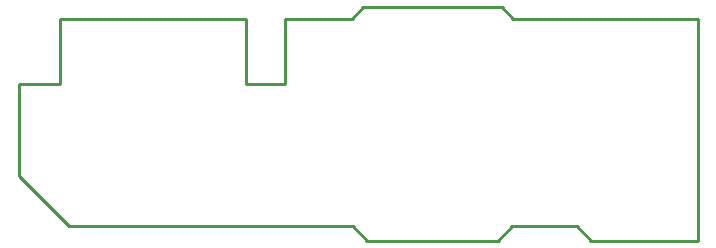
<source format=gbr>
%TF.GenerationSoftware,KiCad,Pcbnew,8.0.1*%
%TF.CreationDate,2024-10-15T00:35:35+02:00*%
%TF.ProjectId,InsuDos,496e7375-446f-4732-9e6b-696361645f70,rev?*%
%TF.SameCoordinates,Original*%
%TF.FileFunction,Profile,NP*%
%FSLAX46Y46*%
G04 Gerber Fmt 4.6, Leading zero omitted, Abs format (unit mm)*
G04 Created by KiCad (PCBNEW 8.0.1) date 2024-10-15 00:35:35*
%MOMM*%
%LPD*%
G01*
G04 APERTURE LIST*
%TA.AperFunction,Profile*%
%ADD10C,0.250000*%
%TD*%
G04 APERTURE END LIST*
D10*
X51700000Y-155200000D02*
X50700000Y-156200000D01*
X22500000Y-169500000D02*
X26800000Y-173800000D01*
X80000000Y-156200000D02*
X64400000Y-156200000D01*
X50700000Y-156200000D02*
X45050000Y-156200000D01*
X69800000Y-173800000D02*
X64300000Y-173800000D01*
X45050000Y-156200000D02*
X45050000Y-161700000D01*
X22500000Y-161750000D02*
X22500000Y-169500000D01*
X64300000Y-173800000D02*
X63100000Y-175000000D01*
X22500000Y-161750000D02*
X26000000Y-161750000D01*
X80000000Y-175000000D02*
X71000000Y-175000000D01*
X71000000Y-175000000D02*
X69800000Y-173800000D01*
X63100000Y-175000000D02*
X52000000Y-175000000D01*
X41800000Y-156200000D02*
X26000000Y-156200000D01*
X63400000Y-155200000D02*
X51700000Y-155200000D01*
X50800000Y-173800000D02*
X26800000Y-173800000D01*
X80000000Y-156200000D02*
X80000000Y-175000000D01*
X63400000Y-155200000D02*
X64400000Y-156200000D01*
X41800000Y-156200000D02*
X41800000Y-161700000D01*
X45050000Y-161700000D02*
X41800000Y-161700000D01*
X26000000Y-161750000D02*
X26000000Y-156200000D01*
X52000000Y-175000000D02*
X50800000Y-173800000D01*
M02*

</source>
